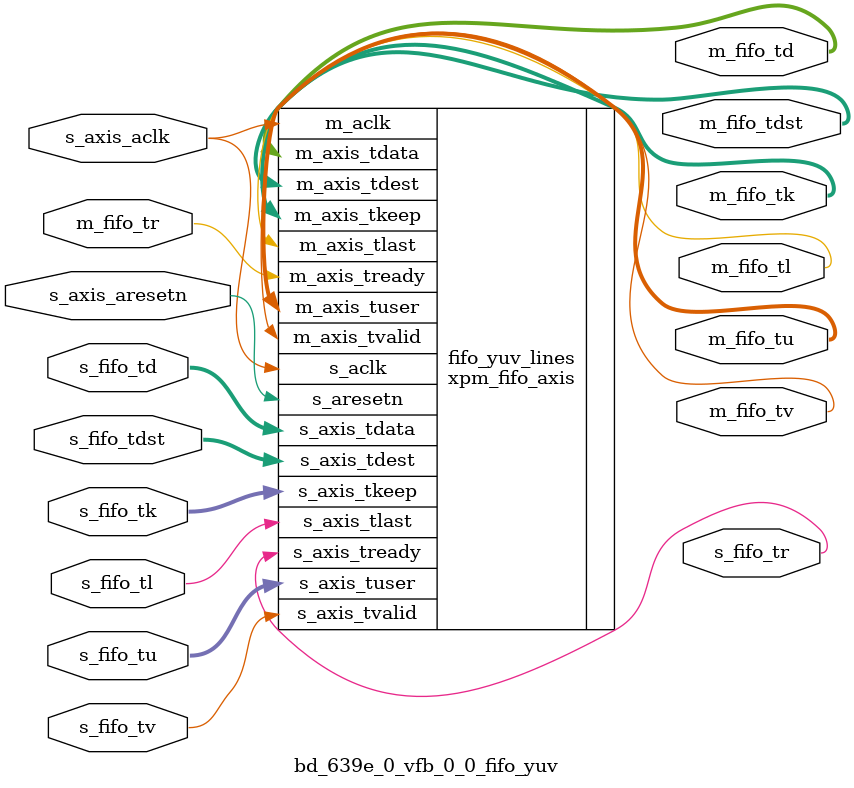
<source format=v>
`timescale 1ps/1ps
module bd_639e_0_vfb_0_0_fifo_yuv (
  input            s_axis_aclk    ,

  input         s_axis_aresetn ,
  output    s_fifo_tr      ,
  input     s_fifo_tv      ,
  input      [64-1:0]  s_fifo_td      ,
  input      [96-1:0]  s_fifo_tu      ,
  input      [4-1:0] s_fifo_tdst      ,
  input      [8-1:0] s_fifo_tk      ,
  input      s_fifo_tl      ,
  input     m_fifo_tr      ,
  output     m_fifo_tv      ,
  output   [64-1:0]   m_fifo_td      ,
  output   [4-1:0] m_fifo_tdst ,
  output   [96-1:0]  m_fifo_tu      ,
  output    [8-1:0] m_fifo_tk      ,
  output      m_fifo_tl      
);

xpm_fifo_axis#(
      .CLOCKING_MODE("common_clock"), // String
      .ECC_MODE("no_ecc"),            // String
      .FIFO_DEPTH(16),              // DECIMAL
      .FIFO_MEMORY_TYPE("distributed"),      // String
      .PACKET_FIFO("false"),          // String
      .PROG_EMPTY_THRESH(10),         // DECIMAL
      .PROG_FULL_THRESH(123),          // DECIMAL
      .RD_DATA_COUNT_WIDTH(1),        // DECIMAL
      .RELATED_CLOCKS(0),             // DECIMAL
      .SIM_ASSERT_CHK(0),             // DECIMAL; 0=disable simulation messages, 1=enable simulation messages
      .TDATA_WIDTH(64),               // DECIMAL
      .TDEST_WIDTH(4),                // DECIMAL
      .TUSER_WIDTH(96),                // DECIMAL
      .USE_ADV_FEATURES("1000"),      // String
      .WR_DATA_COUNT_WIDTH(1)         // DECIMAL
 ) fifo_yuv_lines(
  .s_aresetn         (s_axis_aresetn ),
  .m_aclk            (s_axis_aclk    ),
  .s_aclk            (s_axis_aclk    ),
  .s_axis_tready     (s_fifo_tr      ),
  .s_axis_tvalid     (s_fifo_tv      ),
  .s_axis_tdata      (s_fifo_td      ),
  .s_axis_tuser      (s_fifo_tu      ),
  .s_axis_tdest      (s_fifo_tdst      ),
  .s_axis_tkeep      (s_fifo_tk      ),
  .s_axis_tlast      (s_fifo_tl      ),
  .m_axis_tready     (m_fifo_tr      ),
  .m_axis_tvalid     (m_fifo_tv      ),
  .m_axis_tdata      (m_fifo_td      ),
  .m_axis_tdest      (m_fifo_tdst     ),
  .m_axis_tuser      (m_fifo_tu      ),
  .m_axis_tkeep      (m_fifo_tk      ),
  .m_axis_tlast      (m_fifo_tl      )
);
endmodule

</source>
